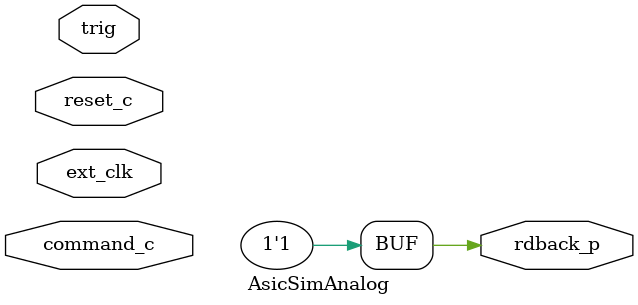
<source format=v>
module AsicSimAnalog ( ext_clk, reset_c, trig, command_c, rdback_p );

   // Master Reset and Clock Signals
   input  wire  ext_clk;
   input  wire  reset_c;
   input  wire  trig;
   input  wire  command_c;
   output wire  rdback_p;

   assign rdback_p = 1'b1;

endmodule 

</source>
